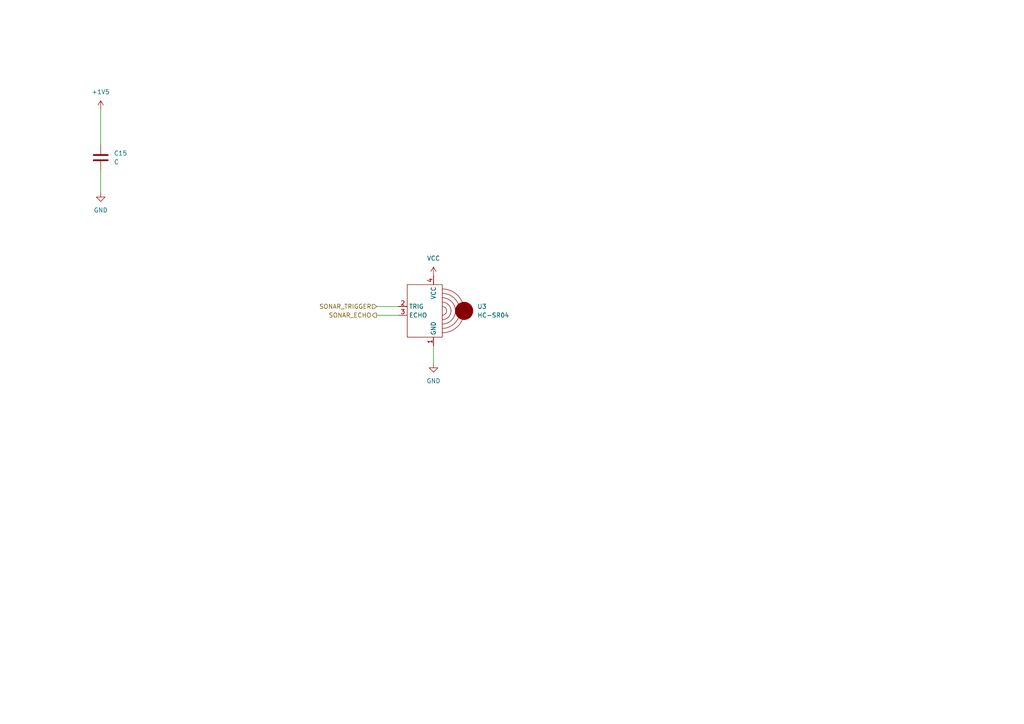
<source format=kicad_sch>
(kicad_sch (version 20230121) (generator eeschema)
  (paper "A4")
  (lib_symbols
    (symbol "Device:C" (pin_numbers hide) (pin_names (offset 0.254))
      (property "Reference" "C" (at 0.635 2.54 0))
      (property "Value" "C" (at 0.635 -2.54 0))
      (symbol "C_0_1"
        (polyline (pts (xy -2.032 -0.762) (xy 2.032 -0.762)) (stroke (width 0.508)))
        (polyline (pts (xy -2.032 0.762) (xy 2.032 0.762)) (stroke (width 0.508)))
      )
      (symbol "C_1_1"
        (pin passive line (at 0 3.81 270) (length 2.794) (name "~") (number "1"))
        (pin passive line (at 0 -3.81 90) (length 2.794) (name "~") (number "2"))
      )
    )
    (symbol "minimouse:HC-SR04"
      (property "Reference" "U" (at 0 0 0))
      (property "Value" "HC-SR04" (at 0 0 0))
      (symbol "HC-SR04_0_1"
        (rectangle (start -7.62 7.62) (end 2.54 -7.62))
        (arc (start 2.54 -6.35) (mid 7.0301 -4.4901) (end 8.89 0))
        (arc (start 2.54 -5.08) (mid 6.1321 -3.5921) (end 7.62 0))
        (arc (start 2.54 -3.81) (mid 5.2341 -2.6941) (end 6.35 0))
        (arc (start 2.54 -2.54) (mid 4.3361 -1.7961) (end 5.08 0))
        (arc (start 2.54 -1.27) (mid 3.438 -0.898) (end 3.81 0))
        (arc (start 3.81 0) (mid 3.438 0.898) (end 2.54 1.27))
        (arc (start 5.08 0) (mid 4.3361 1.7961) (end 2.54 2.54))
        (arc (start 6.35 0) (mid 5.2341 2.6941) (end 2.54 3.81))
        (arc (start 7.62 0) (mid 6.1321 3.5921) (end 2.54 5.08))
        (arc (start 8.89 0) (mid 7.0301 4.4901) (end 2.54 6.35))
      )
      (symbol "HC-SR04_1_1"
        (circle (center 8.89 0) (radius 2.54) (fill (type outline)))
        (pin power_in line (at 0 -10.16 90) (length 2.54) (name "GND") (number "1"))
        (pin input line (at -10.16 1.27 0) (length 2.54) (name "TRIG") (number "2"))
        (pin output line (at -10.16 -1.27 0) (length 2.54) (name "ECHO") (number "3"))
        (pin power_in line (at 0 10.16 270) (length 2.54) (name "VCC") (number "4"))
      )
    )
    (symbol "power:+1V5" (power) (pin_names (offset 0))
      (property "Value" "+1V5" (at 0 3.556 0))
      (symbol "+1V5_0_1"
        (polyline (pts (xy -0.762 1.27) (xy 0 2.54)))
        (polyline (pts (xy 0 0) (xy 0 2.54)))
        (polyline (pts (xy 0 2.54) (xy 0.762 1.27)))
      )
      (symbol "+1V5_1_1"
        (pin power_in line (at 0 0 90) (length 0) hide (name "+1V5") (number "1"))
      )
    )
    (symbol "power:GND" (power) (pin_names (offset 0))
      (property "Value" "GND" (at 0 -3.81 0))
      (symbol "GND_0_1"
        (polyline (pts (xy 0 0) (xy 0 -1.27) (xy 1.27 -1.27) (xy 0 -2.54) (xy -1.27 -1.27) (xy 0 -1.27)))
      )
      (symbol "GND_1_1"
        (pin power_in line (at 0 0 270) (length 0) hide (name "GND") (number "1"))
      )
    )
    (symbol "power:VCC" (power) (pin_names (offset 0))
      (property "Value" "VCC" (at 0 3.81 0))
      (symbol "VCC_0_1"
        (polyline (pts (xy -0.762 1.27) (xy 0 2.54)))
        (polyline (pts (xy 0 0) (xy 0 2.54)))
        (polyline (pts (xy 0 2.54) (xy 0.762 1.27)))
      )
      (symbol "VCC_1_1"
        (pin power_in line (at 0 0 90) (length 0) hide (name "VCC") (number "1"))
      )
    )
  )
  (wire (pts (xy 29.21 31.75) (xy 29.21 41.91)))
  (wire (pts (xy 109.22 91.44) (xy 115.57 91.44)))
  (wire (pts (xy 125.73 100.33) (xy 125.73 105.41)))
  (wire (pts (xy 29.21 49.53) (xy 29.21 55.88)))
  (wire (pts (xy 109.22 88.9) (xy 115.57 88.9)))
  (hierarchical_label "SONAR_TRIGGER" (shape input) (at 109.22 88.9 180))
  (hierarchical_label "SONAR_ECHO" (shape output) (at 109.22 91.44 180))
  (symbol (lib_id "power:VCC") (at 125.73 80.01 0) (unit 1)
    (property "Reference" "#PWR033" (effects hide))
    (property "Value" "VCC" (at 125.73 74.93 0))
  )
  (symbol (lib_id "power:GND") (at 29.21 55.88 0) (unit 1)
    (property "Reference" "#PWR034" (effects hide))
    (property "Value" "GND" (at 29.21 60.96 0))
  )
  (symbol (lib_id "power:GND") (at 125.73 105.41 0) (unit 1)
    (property "Reference" "#PWR032" (effects hide))
    (property "Value" "GND" (at 125.73 110.49 0))
  )
  (symbol (lib_id "Device:C") (at 29.21 45.72 0) (unit 1)
    (property "Reference" "C15" (at 33.02 44.45 0) (effects (justify left)))
    (property "Value" "C" (at 33.02 46.99 0) (effects (justify left)))
  )
  (symbol (lib_id "minimouse:HC-SR04") (at 125.73 90.17 0) (unit 1)
    (property "Reference" "U3" (at 138.43 88.9 0) (effects (justify left)))
    (property "Value" "HC-SR04" (at 138.43 91.44 0) (effects (justify left)))
    (property "Footprint" "minimouse:HC-SR04" (effects hide))
  )
  (symbol (lib_id "power:+1V5") (at 29.21 31.75 0) (unit 1)
    (property "Reference" "#PWR035" (effects hide))
    (property "Value" "+1V5" (at 29.21 26.67 0))
  )
)
</source>
